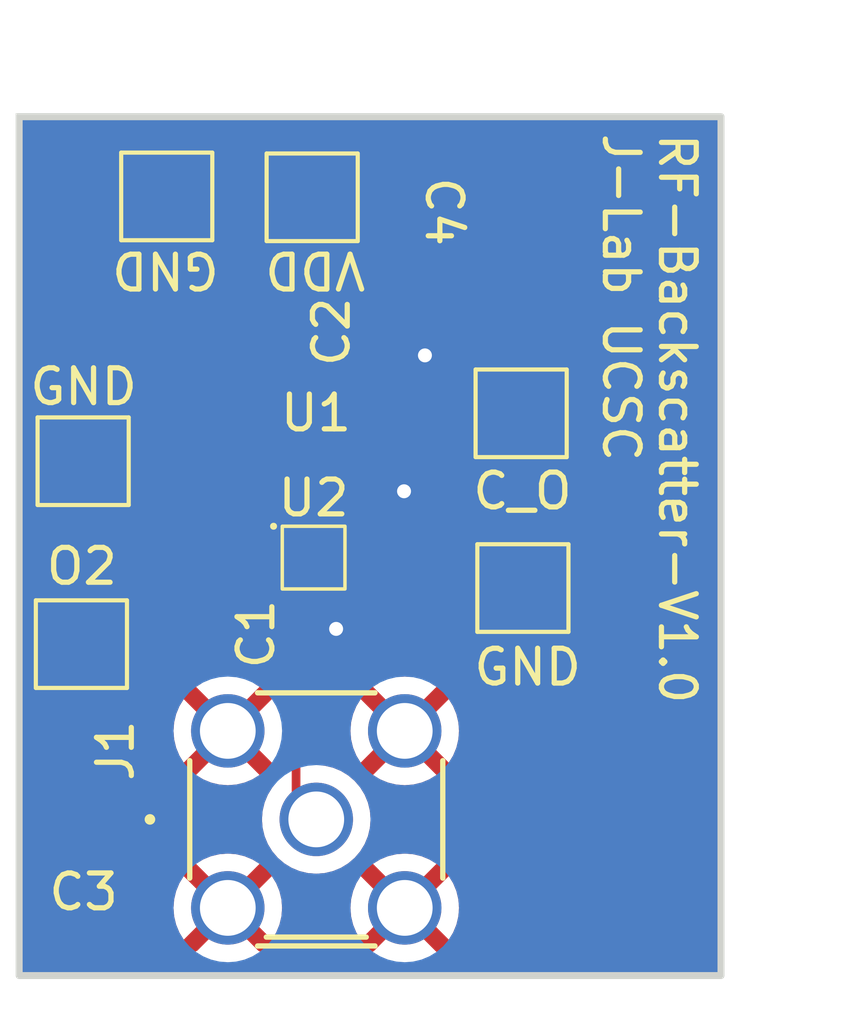
<source format=kicad_pcb>
(kicad_pcb (version 20221018) (generator pcbnew)
  (layers (0 "F.Cu" signal) (31 "B.Cu" signal) (34 "B.Paste" user) (35 "F.Paste" user) (36 "B.SilkS" user "B.Silkscreen") (37 "F.SilkS" user "F.Silkscreen") (38 "B.Mask" user) (39 "F.Mask" user) (44 "Edge.Cuts" user))
  (net 0 "")
  (net 1 "Net-(U2-OUTPUT2)")
  (net 2 "GND")
  (net 4 "Net-(U1-CLK_Out)")
  (net 5 "+1V8")
  (net 7 "Net-(C1-Pad2)")
  (net 8 "Net-(C3-Pad2)")
  (footprint "JLab_FP:EpicTestPointV1" (layer "F.Cu") (at 170.5086 77.2946)
    (fp_text reference "VDD" (at -0.3586 -0.6446 180 unlocked) (layer "F.SilkS"))
    (fp_text value "VDD" hide)
    (fp_line (start -1.754 -3.9892) (end 0.8622 -3.9892) (stroke (width 0.12)) (layer "F.SilkS"))
    (fp_line (start -1.754 -1.4746) (end -1.754 -3.9892) (stroke (width 0.12)) (layer "F.SilkS"))
    (fp_line (start 0.8622 -3.9892) (end 0.8622 -1.4746) (stroke (width 0.12)) (layer "F.SilkS"))
    (fp_line (start 0.8622 -1.4746) (end -1.754 -1.4746) (stroke (width 0.12)) (layer "F.SilkS"))
    (pad "1" smd rect (at -0.4586 -2.7446) (size 2 2) (layers "F.Cu" "F.Mask") (net 5 "+1V8"))
  )
  (footprint "JLab_FP:CAPC10555_55N_KEM" (layer "F.Cu") (at 163.55 93.25)
    (fp_text reference "C3" (at -0.05 1.25 unlocked) (layer "F.SilkS"))
    (fp_text value "CBR04C101J3GAC" hide)
    (pad "1" smd rect (at -0.476599 0) (size 0.503199 0.549999) (layers "F.Cu" "F.Paste" "F.Mask") (net 2 "GND"))
    (pad "2" smd rect (at 0.476599 0) (size 0.503199 0.549999) (layers "F.Cu" "F.Paste" "F.Mask") (net 8 "Net-(C3-Pad2)"))
    (zone (net 0) (net_name "") (layer "F.Cu") (connect_pads (clearance 0)) (min_thickness 0.254)
      (keepout (tracks not_allowed) (vias not_allowed) (pads allowed) (copperpour not_allowed) (footprints allowed))
      (fill (thermal_gap 0.508) (thermal_bridge_width 0.508))
      (polygon (pts (xy 163.3758 93.025801) (xy 163.7242 93.025801) (xy 163.7242 93.474199) (xy 163.3758 93.474199)))
    )
  )
  (footprint "WADARfootprints:CAPC10555_55N_KEM" (layer "F.Cu") (at 172.75 75 -90)
    (fp_text reference "C4" (at -0.023401 -1.1 -90 unlocked) (layer "F.SilkS"))
    (fp_text value "GJM1555C1H330JB01D" hide)
    (pad "1" smd rect (at -0.476599 0 270) (size 0.503199 0.549999) (layers "F.Cu" "F.Paste" "F.Mask") (net 5 "+1V8"))
    (pad "2" smd rect (at 0.476599 0 270) (size 0.503199 0.549999) (layers "F.Cu" "F.Paste" "F.Mask") (net 2 "GND"))
    (zone (net 0) (net_name "") (layer "F.Cu") (connect_pads (clearance 0)) (min_thickness 0.254)
      (keepout (tracks not_allowed) (vias not_allowed) (pads allowed) (copperpour not_allowed) (footprints allowed))
      (fill (thermal_gap 0.508) (thermal_bridge_width 0.508))
      (polygon (pts (xy 172.974199 74.8258) (xy 172.974199 75.1742) (xy 172.525801 75.1742) (xy 172.525801 74.8258)))
    )
  )
  (footprint "JLab_FP:EpicTestPointV1" (layer "F.Cu") (at 163.0414 79.4054 180)
    (fp_text reference "GND" (at -0.4586 -0.5946 unlocked) (layer "F.SilkS"))
    (fp_text value "GND" hide)
    (fp_line (start -1.754 -3.9892) (end 0.8622 -3.9892) (stroke (width 0.12)) (layer "F.SilkS"))
    (fp_line (start -1.754 -1.4746) (end -1.754 -3.9892) (stroke (width 0.12)) (layer "F.SilkS"))
    (fp_line (start 0.8622 -3.9892) (end 0.8622 -1.4746) (stroke (width 0.12)) (layer "F.SilkS"))
    (fp_line (start 0.8622 -1.4746) (end -1.754 -1.4746) (stroke (width 0.12)) (layer "F.SilkS"))
    (pad "1" smd rect (at -0.4586 -2.7446 180) (size 2 2) (layers "F.Cu" "F.Mask") (net 2 "GND"))
  )
  (footprint "WADARfootprints:CAPC10555_55N_KEM" (layer "F.Cu") (at 169.6 87.076599 -90)
    (fp_text reference "C1" (at 0.023401 1.15 90 unlocked) (layer "F.SilkS"))
    (fp_text value "CBR04C101J3GAC" hide)
    (pad "1" smd rect (at -0.476599 0 270) (size 0.503199 0.549999) (layers "F.Cu" "F.Paste" "F.Mask") (net 1 "Net-(U2-OUTPUT2)"))
    (pad "2" smd rect (at 0.476599 0 270) (size 0.503199 0.549999) (layers "F.Cu" "F.Paste" "F.Mask") (net 7 "Net-(C1-Pad2)"))
    (zone (net 0) (net_name "") (layer "F.Cu") (connect_pads (clearance 0)) (min_thickness 0.254)
      (keepout (tracks not_allowed) (vias not_allowed) (pads allowed) (copperpour not_allowed) (footprints allowed))
      (fill (thermal_gap 0.508) (thermal_bridge_width 0.508))
      (polygon (pts (xy 169.824199 86.902399) (xy 169.824199 87.250799) (xy 169.375801 87.250799) (xy 169.375801 86.902399)))
    )
  )
  (footprint "WADARfootprints:CAPC10555_55N_KEM" (layer "F.Cu") (at 171.7 78.4 90)
    (fp_text reference "C2" (at -0.023401 -1.085604 90 unlocked) (layer "F.SilkS"))
    (fp_text value "GJM1555C1H330JB01D" hide)
    (pad "1" smd rect (at -0.476599 0 90) (size 0.503199 0.549999) (layers "F.Cu" "F.Paste" "F.Mask") (net 4 "Net-(U1-CLK_Out)"))
    (pad "2" smd rect (at 0.476599 0 90) (size 0.503199 0.549999) (layers "F.Cu" "F.Paste" "F.Mask") (net 2 "GND"))
    (zone (net 0) (net_name "") (layer "F.Cu") (connect_pads (clearance 0)) (min_thickness 0.254)
      (keepout (tracks not_allowed) (vias not_allowed) (pads allowed) (copperpour not_allowed) (footprints allowed))
      (fill (thermal_gap 0.508) (thermal_bridge_width 0.508))
      (polygon (pts (xy 171.475801 78.5742) (xy 171.475801 78.2258) (xy 171.924199 78.2258) (xy 171.924199 78.5742)))
    )
  )
  (footprint "WADARfootprints:CONN_SMA-J-P-H-RA-TH1_SAI" (layer "F.Cu") (at 170.18 92.4179 180)
    (fp_text reference "J1" hide)
    (fp_text value "SMA-J-P-H-RA-TH1" hide)
    (fp_line (start -3.6322 -1.685351) (end -3.6322 1.685351) (stroke (width 0.1524)) (layer "F.SilkS"))
    (fp_line (start -1.685351 3.6322) (end 1.685351 3.6322) (stroke (width 0.1524)) (layer "F.SilkS"))
    (fp_line (start -1.435126 -3.3782) (end 1.435126 -3.3782) (stroke (width 0.1524)) (layer "F.SilkS"))
    (fp_line (start 1.685351 -3.6322) (end -1.685351 -3.6322) (stroke (width 0.1524)) (layer "F.SilkS"))
    (fp_line (start 3.6322 1.685351) (end 3.6322 -1.685351) (stroke (width 0.1524)) (layer "F.SilkS"))
    (fp_circle (center 4.7752 0) (end 4.8514 0) (stroke (width 0.1524)) (fill none) (layer "F.SilkS"))
    (pad "1" thru_hole circle (at 0 0 180) (size 2.1082 2.1082) (drill 1.6002) (layers "*.Cu" "*.Mask") (net 7 "Net-(C1-Pad2)"))
    (pad "2" thru_hole circle (at -2.54 -2.54 180) (size 2.1082 2.1082) (drill 1.6002) (layers "*.Cu" "*.Mask") (net 8 "Net-(C3-Pad2)"))
    (pad "3" thru_hole circle (at -2.54 2.54 180) (size 2.1082 2.1082) (drill 1.6002) (layers "*.Cu" "*.Mask") (net 8 "Net-(C3-Pad2)"))
    (pad "4" thru_hole circle (at 2.54 2.54 180) (size 2.1082 2.1082) (drill 1.6002) (layers "*.Cu" "*.Mask") (net 8 "Net-(C3-Pad2)"))
    (pad "5" thru_hole circle (at 2.54 -2.54 180) (size 2.1082 2.1082) (drill 1.6002) (layers "*.Cu" "*.Mask") (net 8 "Net-(C3-Pad2)"))
  )
  (footprint "JLab_FP:EpicTestPointV1" (layer "F.Cu") (at 165.4414 71.8054 180)
    (fp_text reference "GND" (at -0.4086 -4.8446 180 unlocked) (layer "F.SilkS"))
    (fp_text value "GND" hide)
    (fp_line (start -1.754 -3.9892) (end 0.8622 -3.9892) (stroke (width 0.12)) (layer "F.SilkS"))
    (fp_line (start -1.754 -1.4746) (end -1.754 -3.9892) (stroke (width 0.12)) (layer "F.SilkS"))
    (fp_line (start 0.8622 -3.9892) (end 0.8622 -1.4746) (stroke (width 0.12)) (layer "F.SilkS"))
    (fp_line (start 0.8622 -1.4746) (end -1.754 -1.4746) (stroke (width 0.12)) (layer "F.SilkS"))
    (pad "1" smd rect (at -0.4586 -2.7446 180) (size 2 2) (layers "F.Cu" "F.Mask") (net 2 "GND"))
  )
  (footprint "JLab_FP:EpicTestPointV1" (layer "F.Cu") (at 162.9914 84.6554 180)
    (fp_text reference "O2" (at -0.4586 -0.5 unlocked) (layer "F.SilkS"))
    (fp_text value "OUTPUT2" hide)
    (fp_line (start -1.754 -3.9892) (end 0.8622 -3.9892) (stroke (width 0.12)) (layer "F.SilkS"))
    (fp_line (start -1.754 -1.4746) (end -1.754 -3.9892) (stroke (width 0.12)) (layer "F.SilkS"))
    (fp_line (start 0.8622 -3.9892) (end 0.8622 -1.4746) (stroke (width 0.12)) (layer "F.SilkS"))
    (fp_line (start 0.8622 -1.4746) (end -1.754 -1.4746) (stroke (width 0.12)) (layer "F.SilkS"))
    (pad "1" smd rect (at -0.4586 -2.7446 180) (size 2 2) (layers "F.Cu" "F.Mask") (net 7 "Net-(C1-Pad2)"))
  )
  (footprint "JLab_FP:EpicTestPointV1" (layer "F.Cu") (at 176.5586 88.5098)
    (fp_text reference "GND" (at -0.3086 -0.4598 unlocked) (layer "F.SilkS"))
    (fp_text value "GND" hide)
    (fp_line (start -1.754 -3.9892) (end 0.8622 -3.9892) (stroke (width 0.12)) (layer "F.SilkS"))
    (fp_line (start -1.754 -1.4746) (end -1.754 -3.9892) (stroke (width 0.12)) (layer "F.SilkS"))
    (fp_line (start 0.8622 -3.9892) (end 0.8622 -1.4746) (stroke (width 0.12)) (layer "F.SilkS"))
    (fp_line (start 0.8622 -1.4746) (end -1.754 -1.4746) (stroke (width 0.12)) (layer "F.SilkS"))
    (pad "1" smd rect (at -0.4586 -2.7446) (size 2 2) (layers "F.Cu" "F.Mask") (net 2 "GND"))
  )
  (footprint "JLab_FP:EpicTestPointV1" (layer "F.Cu") (at 176.5086 83.4946)
    (fp_text reference "C_O" (at -0.4086 -0.5 unlocked) (layer "F.SilkS"))
    (fp_text value "CLK_OUT" hide)
    (fp_line (start -1.754 -3.9892) (end 0.8622 -3.9892) (stroke (width 0.12)) (layer "F.SilkS"))
    (fp_line (start -1.754 -1.4746) (end -1.754 -3.9892) (stroke (width 0.12)) (layer "F.SilkS"))
    (fp_line (start 0.8622 -3.9892) (end 0.8622 -1.4746) (stroke (width 0.12)) (layer "F.SilkS"))
    (fp_line (start 0.8622 -1.4746) (end -1.754 -1.4746) (stroke (width 0.12)) (layer "F.SilkS"))
    (pad "1" smd rect (at -0.4586 -2.7446) (size 2 2) (layers "F.Cu" "F.Mask") (net 4 "Net-(U1-CLK_Out)"))
  )
  (footprint "JLab_FP:SKY13351_FP" (layer "F.Cu") (at 170.104076 80.154001)
    (fp_text reference "U2" (at 0 3.04 unlocked) (layer "F.SilkS"))
    (fp_text value "~" hide)
    (fp_poly (pts (xy -0.1 4.65) (xy -0.1 4.85) (xy 0.1 4.85) (xy 0.1 4.65)) (stroke (width 0.2)) (fill solid) (layer "F.Cu"))
    (fp_rect (start -0.9 3.85) (end 0.9 5.65) (stroke (width 0.1)) (fill none) (layer "F.SilkS"))
    (fp_circle (center -1.15 3.85) (end -1.149999 3.85) (stroke (width 0.1)) (fill none) (layer "F.SilkS"))
    (pad "1" smd roundrect (at -0.5 4.4) (size 0.33 0.15) (layers "F.Cu" "F.Paste" "F.Mask"))
    (pad "2" smd roundrect (at -0.3825 4.75) (size 0.565 0.15) (layers "F.Cu" "F.Paste" "F.Mask") (net 2 "GND"))
    (pad "2" smd roundrect (at 0 4.4 90) (size 0.565 0.15) (layers "F.Cu" "F.Paste" "F.Mask") (net 2 "GND"))
    (pad "2" smd roundrect (at 0 5.1 90) (size 0.565 0.15) (layers "F.Cu" "F.Paste" "F.Mask") (net 2 "GND"))
    (pad "3" smd roundrect (at -0.5 5.1) (size 0.33 0.15) (layers "F.Cu" "F.Paste" "F.Mask") (net 1 "Net-(U2-OUTPUT2)"))
    (pad "4" smd roundrect (at 0.5 5.1) (size 0.33 0.15) (layers "F.Cu" "F.Paste" "F.Mask") (net 5 "+1V8"))
    (pad "5" smd roundrect (at 0.5 4.75) (size 0.33 0.15) (layers "F.Cu" "F.Paste" "F.Mask") (net 2 "GND"))
    (pad "6" smd roundrect (at 0.5 4.4) (size 0.33 0.15) (layers "F.Cu" "F.Paste" "F.Mask") (net 4 "Net-(U1-CLK_Out)"))
  )
  (footprint "WADARfootprints:XTAL4_SiT1533_SIT" (layer "F.Cu") (at 170.171575 80.754001)
    (fp_text reference "U1" (at 0 0 unlocked) (layer "F.SilkS"))
    (fp_text value "SIT1534AI-H4-DCC-00.001E" hide)
    (pad "1" smd rect (at -0.800001 0) (size 0.4064 1.397) (layers "F.Cu" "F.Paste" "F.Mask"))
    (pad "2" smd rect (at -0.098975 0.445999 90) (size 0.508 0.3048) (layers "F.Cu" "F.Paste" "F.Mask") (net 2 "GND"))
    (pad "3" smd rect (at 0.800001 0) (size 0.4064 1.397) (layers "F.Cu" "F.Paste" "F.Mask") (net 4 "Net-(U1-CLK_Out)"))
    (pad "4" smd rect (at 0.106 -0.445999 90) (size 0.508 0.3048) (layers "F.Cu" "F.Paste" "F.Mask") (net 5 "+1V8"))
  )
  (gr_rect (start 161.65 72.25) (end 181.8 96.9) (stroke (width 0.2)) (fill none) (layer "Edge.Cuts"))
  (gr_text "RF-Backscatter-V1.0\nJ-Lab UCSC" (at 178.35 72.65 -90) (layer "F.SilkS") (effects (font (size 1 1)) (justify left bottom)))
  (gr_text "J1" (at 165 91.4 90) (layer "F.SilkS") (effects (font (size 1 1)) (justify left bottom)))
  (segment (start 169.6 86.6) (end 169.6 85.308077) (width 0.25) (layer "F.Cu") (net 1))
  (segment (start 169.6 85.308077) (end 169.604076 85.304001) (width 0.25) (layer "F.Cu") (net 1))
  (segment (start 170.0726 81.2) (end 170.1 81.2) (width 0.25) (layer "F.Cu") (net 2))
  (segment (start 172.7 83) (end 172.7 84) (width 0.25) (layer "F.Cu") (net 2))
  (segment (start 176.1 85.7652) (end 171.9348 85.7652) (width 0.25) (layer "F.Cu") (net 2))
  (segment (start 170.75 86.95) (end 170.75 87.1) (width 0.25) (layer "F.Cu") (net 2))
  (segment (start 171.7 77.923401) (end 172.123401 77.923401) (width 0.25) (layer "F.Cu") (net 2))
  (segment (start 170.1 81.2) (end 170.1 81.204001) (width 0.25) (layer "F.Cu") (net 2))
  (segment (start 170.75 87.1) (end 170.8 87.15) (width 0.25) (layer "F.Cu") (net 2))
  (segment (start 172.7 84) (end 171.8 84.9) (width 0.25) (layer "F.Cu") (net 2))
  (segment (start 170.7 84.9) (end 171.8 84.9) (width 0.2) (layer "F.Cu") (net 2))
  (segment (start 170.071576 84.254001) (end 170.071576 82.154001) (width 0.25) (layer "F.Cu") (net 2))
  (segment (start 172.123401 77.923401) (end 173.3 79.1) (width 0.25) (layer "F.Cu") (net 2))
  (segment (start 170.071576 82.254001) (end 170.071576 81.254001) (width 0.25) (layer "F.Cu") (net 2))
  (segment (start 171.9348 85.7652) (end 170.75 86.95) (width 0.25) (layer "F.Cu") (net 2))
  (via (at 170.75 86.95) (size 0.8) (drill 0.4) (layers "F.Cu" "B.Cu") (net 2))
  (via (at 172.7 83) (size 0.8) (drill 0.4) (layers "F.Cu" "B.Cu") (net 2))
  (via (at 173.3 79.1) (size 0.8) (drill 0.4) (layers "F.Cu" "B.Cu") (net 2))
  (segment (start 170.971576 80.754001) (end 170.971576 84.136501) (width 0.25) (layer "F.Cu") (net 4))
  (segment (start 170.971576 79.605023) (end 171.7 78.876599) (width 0.25) (layer "F.Cu") (net 4))
  (segment (start 170.971576 80.754001) (end 170.971576 79.605023) (width 0.25) (layer "F.Cu") (net 4))
  (segment (start 170.975577 80.75) (end 170.971576 80.754001) (width 0.25) (layer "F.Cu") (net 4))
  (segment (start 170.971576 84.136501) (end 170.604076 84.504001) (width 0.25) (layer "F.Cu") (net 4))
  (segment (start 176.05 80.75) (end 170.975577 80.75) (width 0.25) (layer "F.Cu") (net 4))
  (segment (start 173.623 85.277) (end 171.1 85.277) (width 0.25) (layer "F.Cu") (net 5))
  (segment (start 170.05 74.55) (end 172.723401 74.55) (width 0.25) (layer "F.Cu") (net 5))
  (segment (start 170.277575 75.822425) (end 170.05 75.59485) (width 0.25) (layer "F.Cu") (net 5))
  (segment (start 177.9 82.1) (end 176.9 83.1) (width 0.25) (layer "F.Cu") (net 5))
  (segment (start 174.55 79.05) (end 177.4 79.05) (width 0.25) (layer "F.Cu") (net 5))
  (segment (start 176.9 83.1) (end 175.8 83.1) (width 0.25) (layer "F.Cu") (net 5))
  (segment (start 170.05 74.55) (end 174.55 79.05) (width 0.25) (layer "F.Cu") (net 5))
  (segment (start 177.4 79.05) (end 177.9 79.55) (width 0.25) (layer "F.Cu") (net 5))
  (segment (start 177.9 79.55) (end 177.9 82.1) (width 0.25) (layer "F.Cu") (net 5))
  (segment (start 170.277575 80.308002) (end 170.277575 75.822425) (width 0.25) (layer "F.Cu") (net 5))
  (segment (start 171.1 85.25) (end 170.65 85.25) (width 0.2) (layer "F.Cu") (net 5))
  (segment (start 175.8 83.1) (end 173.623 85.277) (width 0.25) (layer "F.Cu") (net 5))
  (segment (start 172.723401 74.55) (end 172.75 74.523401) (width 0.25) (layer "F.Cu") (net 5))
  (segment (start 170.05 75.59485) (end 170.05 74.55) (width 0.25) (layer "F.Cu") (net 5))
  (segment (start 164.526599 87.55) (end 169.596802 87.55) (width 0.25) (layer "F.Cu") (net 7))
  (segment (start 169.596802 87.55) (end 169.6 87.553198) (width 0.25) (layer "F.Cu") (net 7))
  (segment (start 169.6 91.8379) (end 170.18 92.4179) (width 0.25) (layer "F.Cu") (net 7))
  (segment (start 169.6 87.553198) (end 169.6 91.6379) (width 0.25) (layer "F.Cu") (net 7))
  (zone (net 8) (net_name "Net-(C3-Pad2)") (layer "F.Cu") (priority 1) (connect_pads (clearance 0.5)) (min_thickness 0.25) (fill yes (thermal_gap 0.5) (thermal_bridge_width 0.5) (island_removal_mode 1) (island_area_min 10))
    (polygon (pts (xy 163.9 88.3) (xy 175.4 88.3) (xy 175.4 96.25) (xy 163.9 96.2) (xy 163.9 93.9) (xy 163.85 93.75) (xy 163.9 94.65) (xy 163.9 93.95) (xy 163.9 93.95)))
  )
  (zone (net 2) (net_name "GND") (layers "F&B.Cu") (connect_pads (clearance 0.5)) (min_thickness 0.25) (fill yes (thermal_gap 0.5) (thermal_bridge_width 0.5))
    (polygon (pts (xy 161.1 70.3) (xy 185.1 68.9) (xy 185.35 96.9) (xy 161.45 98.3)))
  )
)
</source>
